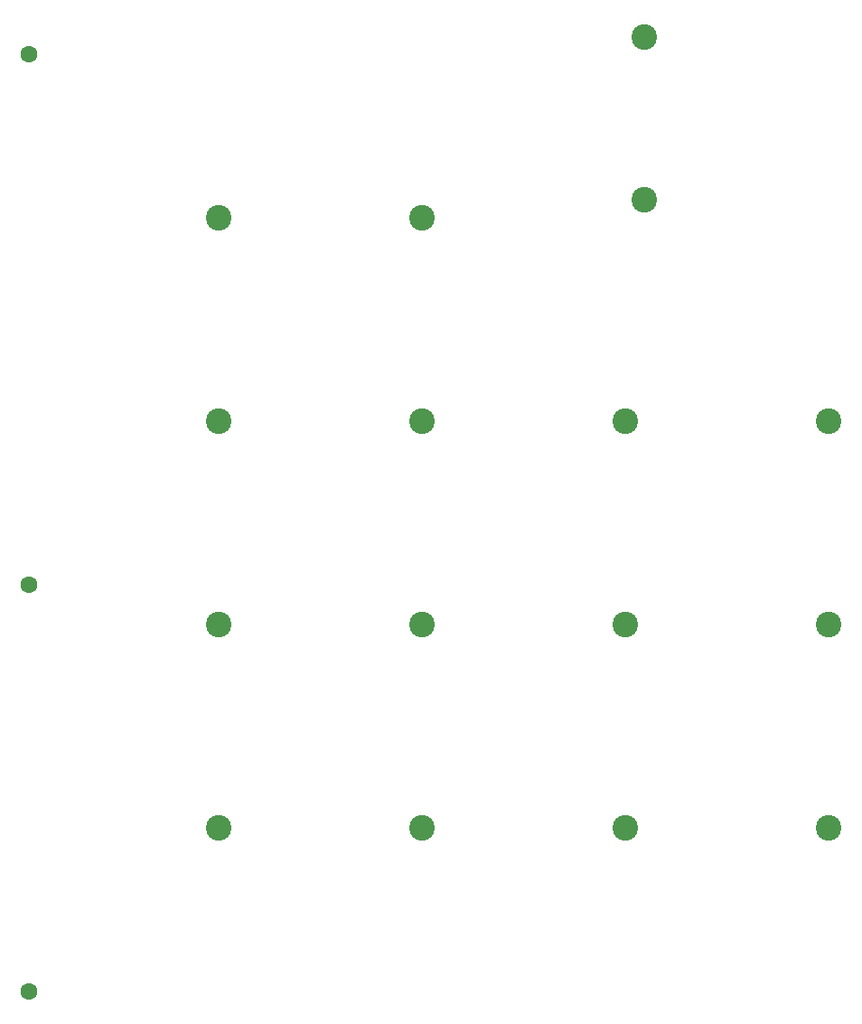
<source format=gbs>
G04 #@! TF.GenerationSoftware,KiCad,Pcbnew,(5.1.2)-2*
G04 #@! TF.CreationDate,2020-05-18T22:00:16+09:00*
G04 #@! TF.ProjectId,sekimen________,73656b69-6d65-46e2-98c8-c3d7d7ecfcc8,rev?*
G04 #@! TF.SameCoordinates,Original*
G04 #@! TF.FileFunction,Soldermask,Bot*
G04 #@! TF.FilePolarity,Negative*
%FSLAX46Y46*%
G04 Gerber Fmt 4.6, Leading zero omitted, Abs format (unit mm)*
G04 Created by KiCad (PCBNEW (5.1.2)-2) date 2020-05-18 22:00:16*
%MOMM*%
%LPD*%
G04 APERTURE LIST*
%ADD10C,1.600000*%
%ADD11C,2.400000*%
G04 APERTURE END LIST*
D10*
X1270000Y89480000D03*
D11*
X76200000Y17050000D03*
X57150000Y17050000D03*
X38100000Y17050000D03*
X19050000Y17050000D03*
X76200000Y36100000D03*
X57150000Y36100000D03*
X38100000Y36100000D03*
X19050000Y36100000D03*
X76200000Y55150000D03*
X57150000Y55150000D03*
X38100000Y55150000D03*
X19050000Y55150000D03*
X58950000Y91070000D03*
X58950000Y75870000D03*
X38100000Y74200000D03*
X19050000Y74200000D03*
D10*
X1270000Y39820000D03*
X1270000Y1720000D03*
M02*

</source>
